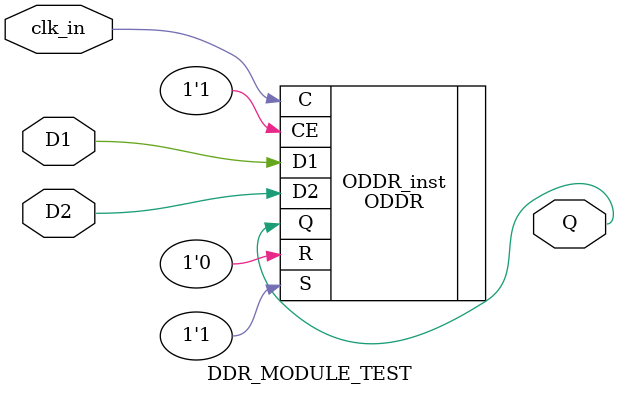
<source format=v>
`timescale 1ns / 1ps
module DDR_MODULE_TEST(
//    input 	[17:0] 	D1,
//    input 	[17:0] 	D2,
	input				D1,
	input				D2,
	input				clk_in,
//    output 	[17:0] 	Q
	output				Q
    );

//parameter N_LVDS = 18;

//genvar pin_count;
//generate for (pin_count = 0; pin_count < N_LVDS; pin_count = pin_count + 1) begin: pins

// ODDR: Output Double Data Rate Output Register with Set, Reset
// and Clock Enable.
// 7 Series
// Xilinx HDL Libraries Guide, version 14.7
ODDR #(
	.DDR_CLK_EDGE("OPPOSITE_EDGE"), // "OPPOSITE_EDGE" or "SAME_EDGE"
	.INIT(1'b0), // Initial value of Q: 1'b0 or 1'b1
	.SRTYPE("SYNC") // Set/Reset type: "SYNC" or "ASYNC"
) ODDR_inst (
	.Q(Q), // 1-bit DDR output
	.C(clk_in), // 1-bit clock input
	.CE(1'b1), // 1-bit clock enable input
	.D1(D1), // 1-bit data input (positive edge)
	.D2(D2), // 1-bit data input (negative edge)
	.R(1'b0), // 1-bit reset
	.S(1'b1) // 1-bit set
);
// End of ODDR_inst instantiation

//end
//endgenerate

endmodule

</source>
